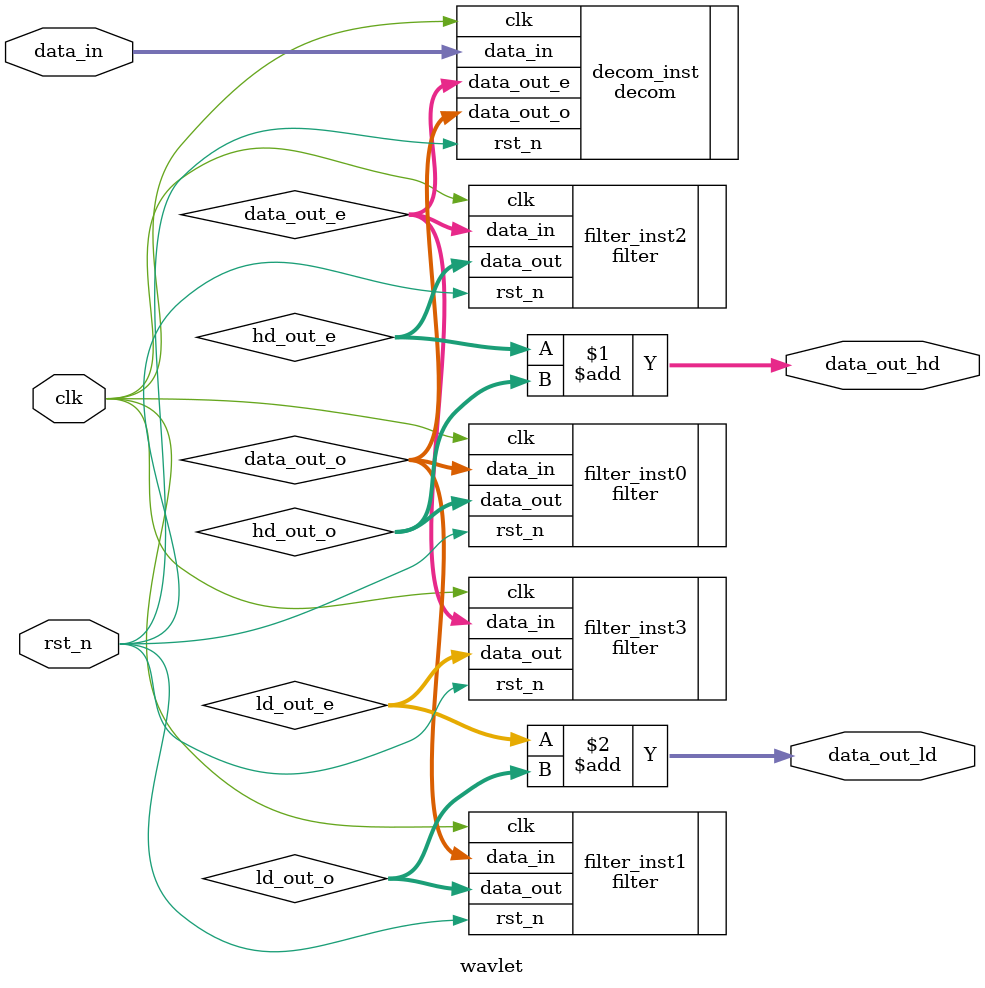
<source format=v>
module wavlet(
	input clk,
	input rst_n,
	input [15:0] data_in,
	output signed [20:0] data_out_hd,
	output signed [20:0] data_out_ld

);



localparam HD_COF0 = -59;
localparam HD_COF1 = 183;
localparam HD_COF2 = -162;
localparam HD_COF3 = -7;
localparam HD_COF4 = 48;
localparam HD_COF5 = 8;
localparam HD_COF6 = -8;
localparam HD_COF7 = -3;


localparam LD_COF0 = -3;
localparam LD_COF1 = 8;
localparam LD_COF2 = 8;
localparam LD_COF3 = -48;
localparam LD_COF4 = -7;
localparam LD_COF5 = 162;
localparam LD_COF6 = 183;
localparam LD_COF7 = 59;


wire signed [19:0] hd_out_e;
wire signed [19:0] hd_out_o;
wire signed [19:0] ld_out_e;
wire signed [19:0] ld_out_o;

wire signed [15:0] data_out_o;
wire signed [15:0] data_out_e;



decom decom_inst (
        .clk         (clk         ) ,//input   
        .rst_n       (rst_n       ) ,//input   
        .data_in     (data_in     ) ,//input   [15:0]
        .data_out_o  (data_out_o  ) ,//output  [15:0]
        .data_out_e  (data_out_e  ));//output  [15:0]
filter #(
        .COF0      (HD_COF0      ),
        .COF1      (HD_COF2      ),
        .COF2      (HD_COF4      ),
        .COF3      (HD_COF6      ))
       filter_inst0 (
        .clk       (clk       ) ,//input   
        .rst_n     (rst_n     ) ,//input   
        .data_in   (data_out_o) ,//input   [15:0]
        .data_out  (hd_out_o  ));//output  [19:0]
filter #(
        .COF0      (LD_COF0      ),
        .COF1      (LD_COF2      ),
        .COF2      (LD_COF4      ),
        .COF3      (LD_COF6      ))
       filter_inst1 (
        .clk       (clk       ) ,//input   
        .rst_n     (rst_n     ) ,//input   
        .data_in   (data_out_o) ,//input   [15:0]
        .data_out  (ld_out_o  ));//output  [19:0]
filter #(
        .COF0      (HD_COF1      ),
        .COF1      (HD_COF3      ),
        .COF2      (HD_COF5      ),
        .COF3      (HD_COF7      ))
       filter_inst2 (
        .clk       (clk       ) ,//input   
        .rst_n     (rst_n     ) ,//input   
        .data_in   (data_out_e) ,//input   [15:0]
        .data_out  (hd_out_e  ));//output  [19:0]
filter #(
        .COF0      (LD_COF1      ),
        .COF1      (LD_COF3      ),
        .COF2      (LD_COF5      ),
        .COF3      (LD_COF7      ))
       filter_inst3 (
        .clk       (clk       ) ,//input   
        .rst_n     (rst_n     ) ,//input   
        .data_in   (data_out_e) ,//input   [15:0]
        .data_out  (ld_out_e  ));//output  [19:0]


assign data_out_hd = hd_out_e + hd_out_o;
assign data_out_ld = ld_out_e + ld_out_o;
endmodule
</source>
